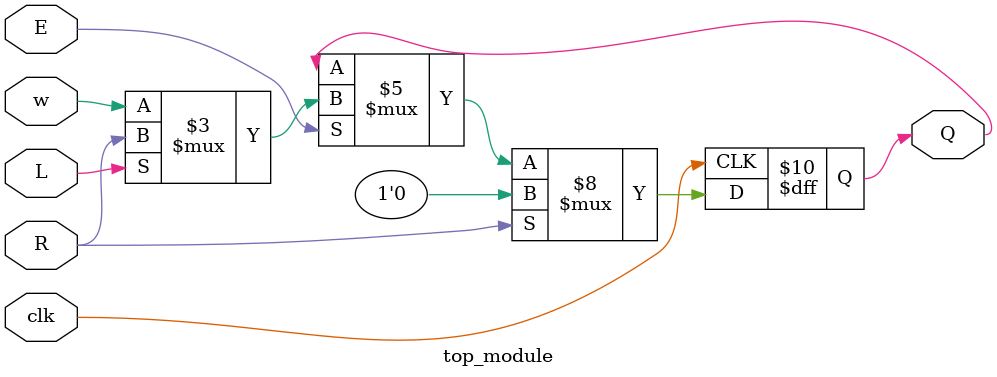
<source format=sv>
module top_module (
	input clk,
	input w,
	input R,
	input E,
	input L,
	output reg Q
);

always @(posedge clk) begin
	if (R)
		Q <= 1'b0;        // When reset is high, the output Q is forced to low.
	else if (E) begin
		if (L)
			Q <= R;     // When L is high, update Q with the value of R.
		else
			Q <= w;     // When L is low, update Q with the value of w.
	end
	// If E is low, the output Q holds its current state.
end

endmodule

</source>
